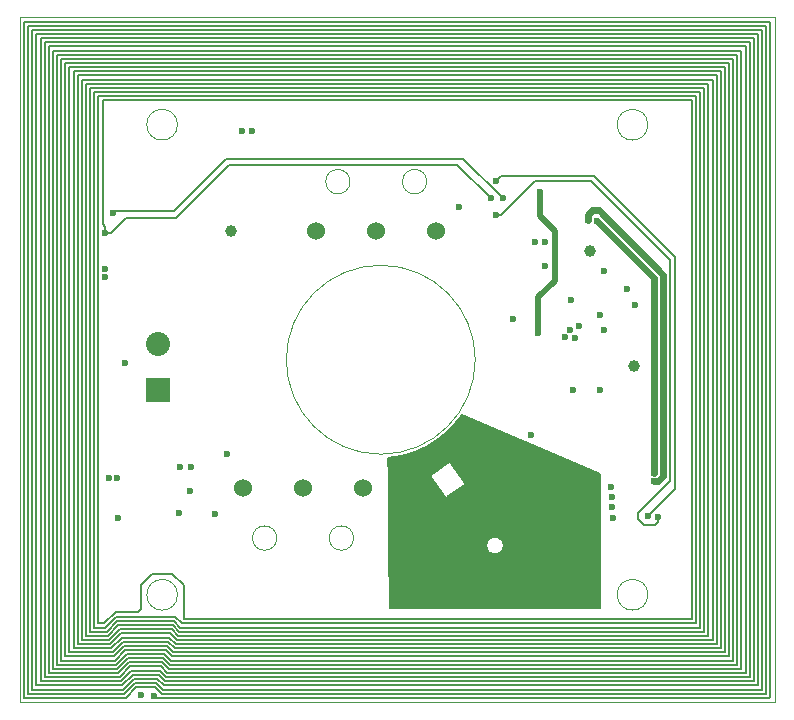
<source format=gbr>
%TF.GenerationSoftware,KiCad,Pcbnew,(5.1.5)-3*%
%TF.CreationDate,2020-08-30T11:50:14-07:00*%
%TF.ProjectId,ypanel,7970616e-656c-42e6-9b69-6361645f7063,rev?*%
%TF.SameCoordinates,Original*%
%TF.FileFunction,Copper,L5,Inr*%
%TF.FilePolarity,Positive*%
%FSLAX46Y46*%
G04 Gerber Fmt 4.6, Leading zero omitted, Abs format (unit mm)*
G04 Created by KiCad (PCBNEW (5.1.5)-3) date 2020-08-30 11:50:14*
%MOMM*%
%LPD*%
G04 APERTURE LIST*
%ADD10C,0.100000*%
%ADD11C,0.050000*%
%ADD12C,2.032000*%
%ADD13R,2.032000X2.032000*%
%ADD14C,1.000000*%
%ADD15C,1.524000*%
%ADD16C,0.600000*%
%ADD17C,0.500000*%
%ADD18C,0.127000*%
%ADD19C,0.190000*%
%ADD20C,0.320000*%
%ADD21C,0.600000*%
%ADD22C,0.160000*%
G04 APERTURE END LIST*
D10*
X151587000Y-99000001D02*
G75*
G03X151587000Y-99000001I-8000000J0D01*
G01*
X134779564Y-114100000D02*
G75*
G03X134779564Y-114100000I-1029564J0D01*
G01*
X141279564Y-114100000D02*
G75*
G03X141279564Y-114100000I-1029564J0D01*
G01*
X126375000Y-118900000D02*
G75*
G03X126375000Y-118900000I-1300000J0D01*
G01*
X140979564Y-83920436D02*
G75*
G03X140979564Y-83920436I-1029564J0D01*
G01*
X147479564Y-83920436D02*
G75*
G03X147479564Y-83920436I-1029564J0D01*
G01*
X176975000Y-70000000D02*
X176975000Y-128000000D01*
X166200000Y-118900000D02*
G75*
G03X166200000Y-118900000I-1300000J0D01*
G01*
D11*
X126372800Y-79100000D02*
G75*
G03X126372800Y-79100000I-1300000J0D01*
G01*
D10*
X166195000Y-79102480D02*
G75*
G03X166195000Y-79102480I-1300000J0D01*
G01*
X176975000Y-70000000D02*
X113000000Y-70000000D01*
X113000000Y-128000000D02*
X176975000Y-128000000D01*
X113000000Y-70000000D02*
X113000000Y-128000000D01*
D12*
X124764800Y-97691060D03*
D13*
X124764800Y-101546660D03*
D14*
X161267720Y-89773460D03*
X130873500Y-88138000D03*
X165036500Y-99568000D03*
D15*
X142080000Y-109900000D03*
X137000000Y-109900000D03*
X131920000Y-109900000D03*
X148300000Y-88100000D03*
X143200000Y-88100000D03*
X138100000Y-88100000D03*
D16*
X150197820Y-86072980D03*
X159634500Y-96507000D03*
X160350000Y-96150000D03*
X159200000Y-97050000D03*
X160050000Y-97150000D03*
X163220400Y-112369600D03*
X165100000Y-94350000D03*
X121900000Y-99250000D03*
X130558000Y-106991000D03*
X131800000Y-79600000D03*
X132650000Y-79600000D03*
X120200000Y-91300000D03*
X120200000Y-92000000D03*
X121250000Y-109000000D03*
X152146000Y-107950000D03*
X145923000Y-109982000D03*
X146939000Y-111252000D03*
X149987000Y-111887000D03*
X150749000Y-113030000D03*
X151765000Y-110744000D03*
X152527000Y-111887000D03*
X152019000Y-109347000D03*
X148590000Y-111760000D03*
X151130000Y-106934000D03*
X149225000Y-113284000D03*
X147447000Y-112903000D03*
X152908000Y-110236000D03*
X153162000Y-108712000D03*
X126492000Y-112014000D03*
X127532575Y-108101584D03*
X120549010Y-109000000D03*
X162149946Y-95220946D03*
X159829500Y-101536494D03*
X157483120Y-91084100D03*
X163200000Y-111500000D03*
X156301440Y-105384600D03*
X126600000Y-108077020D03*
X157050000Y-84800000D03*
X156876844Y-96740660D03*
X162450000Y-91500000D03*
X154750000Y-95550000D03*
X163200000Y-110650000D03*
X129550000Y-112050000D03*
X127400000Y-110150000D03*
X163100000Y-109750000D03*
X166200000Y-112250000D03*
X153340597Y-83865157D03*
X161100000Y-87150000D03*
X166700000Y-109300000D03*
X166700000Y-108550000D03*
X161870307Y-87229693D03*
X167100000Y-112300000D03*
X153339000Y-86767200D03*
X124400000Y-127450000D03*
X123250000Y-127400000D03*
X121300000Y-112395000D03*
X120269000Y-88265000D03*
X152894500Y-85332100D03*
X120950000Y-86550000D03*
X153897800Y-85332100D03*
X162115500Y-101600000D03*
X162496500Y-96520000D03*
X159670844Y-93971156D03*
X164401500Y-93027500D03*
X156641703Y-89002155D03*
X157504833Y-89002155D03*
D17*
X158300000Y-92300000D02*
X156876844Y-93723156D01*
X156876844Y-93723156D02*
X156876844Y-96740660D01*
X158300000Y-88100000D02*
X158300000Y-92300000D01*
X157050000Y-86850000D02*
X158300000Y-88100000D01*
X157050000Y-84800000D02*
X157050000Y-86850000D01*
D18*
X153340597Y-83865157D02*
X153640596Y-83565158D01*
D19*
X166200000Y-112250000D02*
X168500000Y-109950000D01*
X168500000Y-109950000D02*
X168500000Y-90300000D01*
X168500000Y-90300000D02*
X161650000Y-83450000D01*
X153755754Y-83450000D02*
X153340597Y-83865157D01*
X161650000Y-83450000D02*
X153755754Y-83450000D01*
D20*
X166700000Y-109300000D02*
X166818762Y-109300000D01*
D21*
X161100000Y-87150000D02*
X161100000Y-86725736D01*
X167052000Y-109300000D02*
X166700000Y-109300000D01*
X167478011Y-91809249D02*
X167478011Y-108873989D01*
X162028762Y-86360000D02*
X167478011Y-91809249D01*
X167478011Y-108873989D02*
X167052000Y-109300000D01*
X161465736Y-86360000D02*
X162028762Y-86360000D01*
X161100000Y-86725736D02*
X161465736Y-86360000D01*
D20*
X166700000Y-108534000D02*
X166700000Y-108550000D01*
D21*
X166751000Y-92110386D02*
X161870307Y-87229693D01*
X166700000Y-108550000D02*
X166751000Y-108499000D01*
X166751000Y-108499000D02*
X166751000Y-92110386D01*
D19*
X165400000Y-111944227D02*
X168035010Y-109309225D01*
X165900000Y-113000000D02*
X165400000Y-112500000D01*
X168035010Y-90585010D02*
X161350000Y-83900000D01*
X168035010Y-109309225D02*
X168035010Y-90585010D01*
X166824264Y-113000000D02*
X165900000Y-113000000D01*
X167100000Y-112724264D02*
X166824264Y-113000000D01*
X153782800Y-86767200D02*
X153339000Y-86767200D01*
X156650000Y-83900000D02*
X153782800Y-86767200D01*
X165400000Y-112500000D02*
X165400000Y-111944227D01*
X161350000Y-83900000D02*
X156650000Y-83900000D01*
X167100000Y-112300000D02*
X167100000Y-112724264D01*
X121323000Y-72127000D02*
X121373000Y-72127000D01*
X170623000Y-76327000D02*
X119327000Y-76327000D01*
X170623000Y-121673000D02*
X170623000Y-76327000D01*
X126623000Y-121673000D02*
X170623000Y-121673000D01*
X126073000Y-121123000D02*
X126623000Y-121673000D01*
X121273000Y-121123000D02*
X126073000Y-121123000D01*
X120373000Y-122023000D02*
X121273000Y-121123000D01*
X118977000Y-122023000D02*
X120373000Y-122023000D01*
X118977000Y-75977000D02*
X118977000Y-122023000D01*
X126523000Y-122023000D02*
X170973000Y-122023000D01*
X125973000Y-121473000D02*
X126523000Y-122023000D01*
X121373000Y-121473000D02*
X125973000Y-121473000D01*
X171323000Y-122373000D02*
X171323000Y-75627000D01*
X126423000Y-122373000D02*
X171323000Y-122373000D01*
X121473000Y-121823000D02*
X125873000Y-121823000D01*
X120573000Y-122723000D02*
X121473000Y-121823000D01*
X118277000Y-122723000D02*
X120573000Y-122723000D01*
X118277000Y-75277000D02*
X118277000Y-122723000D01*
X171673000Y-75277000D02*
X118277000Y-75277000D01*
X171673000Y-122723000D02*
X171673000Y-75277000D01*
X126323000Y-122723000D02*
X171673000Y-122723000D01*
X125773000Y-122173000D02*
X126323000Y-122723000D01*
X121573000Y-122173000D02*
X125773000Y-122173000D01*
X120673000Y-123073000D02*
X121573000Y-122173000D01*
X117927000Y-123073000D02*
X120673000Y-123073000D01*
X117927000Y-74927000D02*
X117927000Y-123073000D01*
X172023000Y-74927000D02*
X117927000Y-74927000D01*
X172023000Y-123073000D02*
X172023000Y-74927000D01*
X126223000Y-123073000D02*
X172023000Y-123073000D01*
X125673000Y-122523000D02*
X126223000Y-123073000D01*
X121673000Y-122523000D02*
X125673000Y-122523000D01*
X120773000Y-123423000D02*
X121673000Y-122523000D01*
X117577000Y-123423000D02*
X120773000Y-123423000D01*
X117577000Y-74577000D02*
X117577000Y-123423000D01*
X172373000Y-74577000D02*
X117577000Y-74577000D01*
X118627000Y-75627000D02*
X118627000Y-122373000D01*
X125573000Y-122873000D02*
X126123000Y-123423000D01*
X125873000Y-121823000D02*
X126423000Y-122373000D01*
X121773000Y-122873000D02*
X125573000Y-122873000D01*
X120873000Y-123773000D02*
X121773000Y-122873000D01*
X117227000Y-123773000D02*
X120873000Y-123773000D01*
X117227000Y-74227000D02*
X117227000Y-123773000D01*
X172723000Y-74227000D02*
X117227000Y-74227000D01*
X172723000Y-123773000D02*
X172723000Y-74227000D01*
X125173000Y-124273000D02*
X125723000Y-124823000D01*
X115827000Y-125173000D02*
X121273000Y-125173000D01*
X125623000Y-125173000D02*
X174123000Y-125173000D01*
X122173000Y-124273000D02*
X125173000Y-124273000D01*
X172373000Y-123423000D02*
X172373000Y-74577000D01*
X115127000Y-125873000D02*
X121473000Y-125873000D01*
X125073000Y-124623000D02*
X125623000Y-125173000D01*
X116177000Y-124823000D02*
X121173000Y-124823000D01*
X115127000Y-72127000D02*
X115127000Y-125873000D01*
X126023000Y-123773000D02*
X172723000Y-123773000D01*
X121273000Y-125173000D02*
X122173000Y-124273000D01*
X174123000Y-125173000D02*
X174123000Y-72827000D01*
X115477000Y-125523000D02*
X121373000Y-125523000D01*
X125723000Y-124823000D02*
X173773000Y-124823000D01*
X116177000Y-73177000D02*
X116177000Y-124823000D01*
X122373000Y-124973000D02*
X124973000Y-124973000D01*
X122273000Y-124623000D02*
X125073000Y-124623000D01*
X170973000Y-122023000D02*
X170973000Y-75977000D01*
X121973000Y-123573000D02*
X125373000Y-123573000D01*
X121473000Y-125873000D02*
X122373000Y-124973000D01*
X121373000Y-125523000D02*
X122273000Y-124623000D01*
X124973000Y-124973000D02*
X125523000Y-125523000D01*
X122073000Y-123923000D02*
X125273000Y-123923000D01*
X174123000Y-72827000D02*
X115827000Y-72827000D01*
X116527000Y-73527000D02*
X116527000Y-124473000D01*
X115827000Y-72827000D02*
X115827000Y-125173000D01*
X126123000Y-123423000D02*
X172373000Y-123423000D01*
X115477000Y-72477000D02*
X115477000Y-125523000D01*
X125523000Y-125523000D02*
X174473000Y-125523000D01*
X125923000Y-124123000D02*
X173073000Y-124123000D01*
X120473000Y-122373000D02*
X121373000Y-121473000D01*
X173773000Y-124823000D02*
X173773000Y-73177000D01*
X170973000Y-75977000D02*
X118977000Y-75977000D01*
X173773000Y-73177000D02*
X116177000Y-73177000D01*
X174473000Y-72477000D02*
X115477000Y-72477000D01*
X125473000Y-123223000D02*
X126023000Y-123773000D01*
X121173000Y-124823000D02*
X122073000Y-123923000D01*
X125273000Y-123923000D02*
X125823000Y-124473000D01*
X173423000Y-124473000D02*
X173423000Y-73527000D01*
X125823000Y-124473000D02*
X173423000Y-124473000D01*
X173423000Y-73527000D02*
X116527000Y-73527000D01*
X116527000Y-124473000D02*
X121073000Y-124473000D01*
X118627000Y-122373000D02*
X120473000Y-122373000D01*
X121073000Y-124473000D02*
X121973000Y-123573000D01*
X125373000Y-123573000D02*
X125923000Y-124123000D01*
X173073000Y-124123000D02*
X173073000Y-73877000D01*
X173073000Y-73877000D02*
X116877000Y-73877000D01*
X174473000Y-125523000D02*
X174473000Y-72477000D01*
X116877000Y-73877000D02*
X116877000Y-124123000D01*
X116877000Y-124123000D02*
X120973000Y-124123000D01*
X120973000Y-124123000D02*
X121873000Y-123223000D01*
X171323000Y-75627000D02*
X118627000Y-75627000D01*
X121873000Y-123223000D02*
X125473000Y-123223000D01*
X119327000Y-76327000D02*
X119327000Y-121673000D01*
X119327000Y-121673000D02*
X120273000Y-121673000D01*
X120273000Y-121673000D02*
X121173000Y-120773000D01*
X121173000Y-120773000D02*
X126173000Y-120773000D01*
X126173000Y-120773000D02*
X126723000Y-121323000D01*
X126723000Y-121323000D02*
X170273000Y-121323000D01*
X170273000Y-121323000D02*
X170273000Y-76677000D01*
X170273000Y-76677000D02*
X119677000Y-76677000D01*
X119677000Y-76677000D02*
X119677000Y-121323000D01*
X119677000Y-121323000D02*
X120180200Y-121323000D01*
X120180200Y-121323000D02*
X121158000Y-120345200D01*
X121158000Y-120345200D02*
X123037600Y-120345200D01*
X123037600Y-120345200D02*
X123291600Y-120091200D01*
X123291600Y-120091200D02*
X123291600Y-118110000D01*
X123291600Y-118110000D02*
X124256800Y-117144800D01*
X124256800Y-117144800D02*
X125933200Y-117144800D01*
X125933200Y-117144800D02*
X126898400Y-118110000D01*
X126898400Y-118110000D02*
X126898400Y-120973000D01*
X126898400Y-120973000D02*
X169923000Y-120973000D01*
X169923000Y-120973000D02*
X169923000Y-77027000D01*
X169923000Y-77027000D02*
X120027000Y-77027000D01*
X120027000Y-77027000D02*
X120027000Y-87523000D01*
X120027000Y-87523000D02*
X120269000Y-87765000D01*
X120269000Y-87765000D02*
X120269000Y-88265000D01*
X122042000Y-87000000D02*
X126250000Y-87000000D01*
X130750000Y-82500000D02*
X150062400Y-82500000D01*
X126250000Y-87000000D02*
X130750000Y-82500000D01*
X120269000Y-88265000D02*
X120777000Y-88265000D01*
X120777000Y-88265000D02*
X122042000Y-87000000D01*
X150062400Y-82500000D02*
X152894500Y-85332100D01*
X121323000Y-72127000D02*
X115127000Y-72127000D01*
X121077000Y-86423000D02*
X126077000Y-86423000D01*
X124373000Y-127323000D02*
X124273000Y-127323000D01*
X113399010Y-127600990D02*
X113399010Y-70399010D01*
X125023000Y-127273000D02*
X124473000Y-126723000D01*
X113727000Y-127273000D02*
X113727000Y-70727000D01*
X121873000Y-127273000D02*
X113727000Y-127273000D01*
X122773000Y-126373000D02*
X121873000Y-127273000D01*
X124573000Y-126373000D02*
X122773000Y-126373000D01*
X125123000Y-126923000D02*
X124573000Y-126373000D01*
X124650990Y-127600990D02*
X124373000Y-127323000D01*
X175873000Y-126923000D02*
X125123000Y-126923000D01*
X175873000Y-71077000D02*
X175873000Y-126923000D01*
X114077000Y-71077000D02*
X175873000Y-71077000D01*
X113399010Y-70399010D02*
X176573000Y-70399010D01*
X114077000Y-126923000D02*
X114077000Y-71077000D01*
X175523000Y-126573000D02*
X125223000Y-126573000D01*
X121573000Y-126223000D02*
X114777000Y-126223000D01*
X121673000Y-126573000D02*
X114427000Y-126573000D01*
X114777000Y-71777000D02*
X175173000Y-71777000D01*
X114427000Y-126573000D02*
X114427000Y-71427000D01*
X175523000Y-71427000D02*
X175523000Y-126573000D01*
X176495010Y-127600990D02*
X124650990Y-127600990D01*
X174823000Y-72127000D02*
X174823000Y-125873000D01*
X122473000Y-125323000D02*
X121573000Y-126223000D01*
X176223000Y-127273000D02*
X125023000Y-127273000D01*
X124873000Y-125323000D02*
X122473000Y-125323000D01*
X176573000Y-127523000D02*
X176495010Y-127600990D01*
X121773000Y-126923000D02*
X114077000Y-126923000D01*
X124473000Y-126723000D02*
X122873000Y-126723000D01*
X114777000Y-126223000D02*
X114777000Y-71777000D01*
X121323000Y-72127000D02*
X174823000Y-72127000D01*
X175173000Y-71777000D02*
X175173000Y-126223000D01*
X122873000Y-126723000D02*
X121995010Y-127600990D01*
X175173000Y-126223000D02*
X125323000Y-126223000D01*
X174823000Y-125873000D02*
X125423000Y-125873000D01*
X125423000Y-125873000D02*
X124873000Y-125323000D01*
X114427000Y-71427000D02*
X175523000Y-71427000D01*
X125323000Y-126223000D02*
X124773000Y-125673000D01*
X124773000Y-125673000D02*
X122573000Y-125673000D01*
X122573000Y-125673000D02*
X121673000Y-126573000D01*
X113727000Y-70727000D02*
X176223000Y-70727000D01*
X125223000Y-126573000D02*
X124673000Y-126023000D01*
X176573000Y-70399010D02*
X176573000Y-127523000D01*
X176223000Y-70727000D02*
X176223000Y-127273000D01*
X124673000Y-126023000D02*
X122673000Y-126023000D01*
X121995010Y-127600990D02*
X113399010Y-127600990D01*
X122673000Y-126023000D02*
X121773000Y-126923000D01*
X150565700Y-82000000D02*
X153897800Y-85332100D01*
X130500000Y-82000000D02*
X150565700Y-82000000D01*
X126390400Y-86106000D02*
X126394000Y-86106000D01*
X126394000Y-86106000D02*
X130500000Y-82000000D01*
X126390400Y-86109600D02*
X126077000Y-86423000D01*
X126390400Y-86106000D02*
X126390400Y-86109600D01*
D22*
G36*
X162162500Y-108637899D02*
G01*
X162162500Y-119998500D01*
X144351238Y-119998500D01*
X144300317Y-114677116D01*
X152510000Y-114677116D01*
X152510000Y-114822884D01*
X152538437Y-114965850D01*
X152594220Y-115100522D01*
X152675204Y-115221723D01*
X152778277Y-115324796D01*
X152899478Y-115405780D01*
X153034150Y-115461563D01*
X153177116Y-115490000D01*
X153322884Y-115490000D01*
X153465850Y-115461563D01*
X153600522Y-115405780D01*
X153721723Y-115324796D01*
X153824796Y-115221723D01*
X153905780Y-115100522D01*
X153961563Y-114965850D01*
X153990000Y-114822884D01*
X153990000Y-114677116D01*
X153961563Y-114534150D01*
X153905780Y-114399478D01*
X153824796Y-114278277D01*
X153721723Y-114175204D01*
X153600522Y-114094220D01*
X153465850Y-114038437D01*
X153322884Y-114010000D01*
X153177116Y-114010000D01*
X153034150Y-114038437D01*
X152899478Y-114094220D01*
X152778277Y-114175204D01*
X152675204Y-114278277D01*
X152594220Y-114399478D01*
X152538437Y-114534150D01*
X152510000Y-114677116D01*
X144300317Y-114677116D01*
X144244029Y-108795067D01*
X147781040Y-108795067D01*
X147782925Y-108810636D01*
X147787812Y-108825538D01*
X147795512Y-108839200D01*
X149057892Y-110640060D01*
X149068172Y-110652018D01*
X149080525Y-110661681D01*
X149094525Y-110668747D01*
X149109635Y-110672947D01*
X149125274Y-110674118D01*
X149140841Y-110672216D01*
X149155738Y-110667313D01*
X149169392Y-110659598D01*
X150723872Y-109567398D01*
X150735682Y-109557247D01*
X150745362Y-109544908D01*
X150752448Y-109530917D01*
X150756668Y-109515813D01*
X150757861Y-109500176D01*
X150755980Y-109484606D01*
X150751097Y-109469703D01*
X150743401Y-109456038D01*
X149483561Y-107657718D01*
X149473375Y-107645845D01*
X149461041Y-107636159D01*
X149447054Y-107629067D01*
X149431951Y-107624839D01*
X149416315Y-107623639D01*
X149400744Y-107625512D01*
X149385838Y-107630387D01*
X149372170Y-107638076D01*
X147815150Y-108727736D01*
X147803202Y-108737989D01*
X147793526Y-108750331D01*
X147786444Y-108764324D01*
X147782228Y-108779429D01*
X147781040Y-108795067D01*
X144244029Y-108795067D01*
X144229546Y-107281680D01*
X145353418Y-107120091D01*
X146491047Y-106786053D01*
X147569559Y-106293513D01*
X148566997Y-105652499D01*
X149463057Y-104876058D01*
X150239498Y-103979998D01*
X150449290Y-103653554D01*
X162162500Y-108637899D01*
G37*
X162162500Y-108637899D02*
X162162500Y-119998500D01*
X144351238Y-119998500D01*
X144300317Y-114677116D01*
X152510000Y-114677116D01*
X152510000Y-114822884D01*
X152538437Y-114965850D01*
X152594220Y-115100522D01*
X152675204Y-115221723D01*
X152778277Y-115324796D01*
X152899478Y-115405780D01*
X153034150Y-115461563D01*
X153177116Y-115490000D01*
X153322884Y-115490000D01*
X153465850Y-115461563D01*
X153600522Y-115405780D01*
X153721723Y-115324796D01*
X153824796Y-115221723D01*
X153905780Y-115100522D01*
X153961563Y-114965850D01*
X153990000Y-114822884D01*
X153990000Y-114677116D01*
X153961563Y-114534150D01*
X153905780Y-114399478D01*
X153824796Y-114278277D01*
X153721723Y-114175204D01*
X153600522Y-114094220D01*
X153465850Y-114038437D01*
X153322884Y-114010000D01*
X153177116Y-114010000D01*
X153034150Y-114038437D01*
X152899478Y-114094220D01*
X152778277Y-114175204D01*
X152675204Y-114278277D01*
X152594220Y-114399478D01*
X152538437Y-114534150D01*
X152510000Y-114677116D01*
X144300317Y-114677116D01*
X144244029Y-108795067D01*
X147781040Y-108795067D01*
X147782925Y-108810636D01*
X147787812Y-108825538D01*
X147795512Y-108839200D01*
X149057892Y-110640060D01*
X149068172Y-110652018D01*
X149080525Y-110661681D01*
X149094525Y-110668747D01*
X149109635Y-110672947D01*
X149125274Y-110674118D01*
X149140841Y-110672216D01*
X149155738Y-110667313D01*
X149169392Y-110659598D01*
X150723872Y-109567398D01*
X150735682Y-109557247D01*
X150745362Y-109544908D01*
X150752448Y-109530917D01*
X150756668Y-109515813D01*
X150757861Y-109500176D01*
X150755980Y-109484606D01*
X150751097Y-109469703D01*
X150743401Y-109456038D01*
X149483561Y-107657718D01*
X149473375Y-107645845D01*
X149461041Y-107636159D01*
X149447054Y-107629067D01*
X149431951Y-107624839D01*
X149416315Y-107623639D01*
X149400744Y-107625512D01*
X149385838Y-107630387D01*
X149372170Y-107638076D01*
X147815150Y-108727736D01*
X147803202Y-108737989D01*
X147793526Y-108750331D01*
X147786444Y-108764324D01*
X147782228Y-108779429D01*
X147781040Y-108795067D01*
X144244029Y-108795067D01*
X144229546Y-107281680D01*
X145353418Y-107120091D01*
X146491047Y-106786053D01*
X147569559Y-106293513D01*
X148566997Y-105652499D01*
X149463057Y-104876058D01*
X150239498Y-103979998D01*
X150449290Y-103653554D01*
X162162500Y-108637899D01*
M02*

</source>
